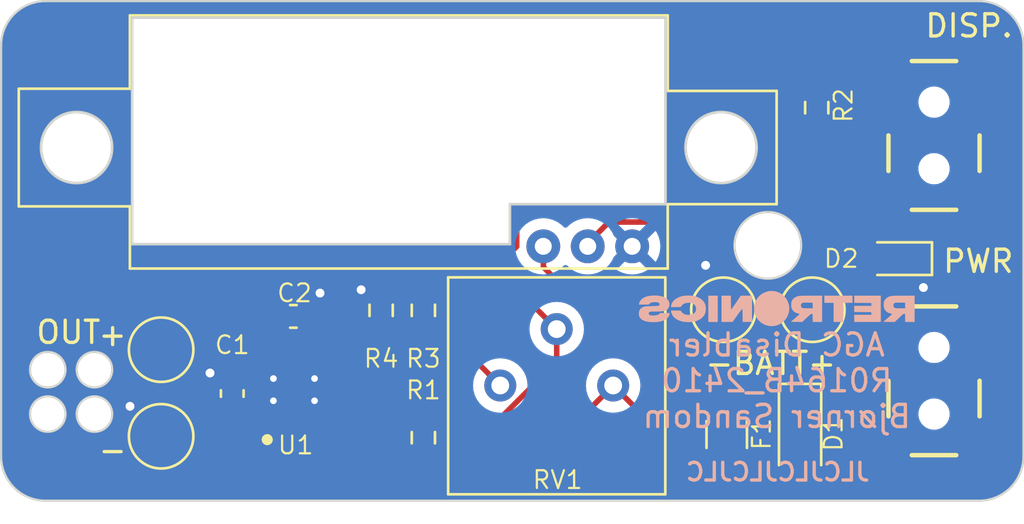
<source format=kicad_pcb>
(kicad_pcb (version 20221018) (generator pcbnew)
  (title_block (title "AGC Disabler") (date "2024-02-14") (company "Retronics - Bjørner Sandom"))
  (layers (0 "F.Cu" signal) (31 "B.Cu" signal) (34 "B.Paste" user) (35 "F.Paste" user) (36 "B.SilkS" user "B.Silkscreen") (37 "F.SilkS" user "F.Silkscreen") (38 "B.Mask" user) (39 "F.Mask" user) (44 "Edge.Cuts" user))
  (net 0 "")
  (net 1 "Net-(D1-K)")
  (net 2 "GND")
  (net 3 "Net-(D1-A)")
  (net 4 "Net-(D2-A)")
  (net 5 "Net-(J1-Pin_1)")
  (net 6 "Net-(J2-Pin_1)")
  (net 7 "Net-(U1-FB)")
  (net 10 "Net-(SW1A-C)")
  (net 13 "Net-(SW2B-B)")
  (net 14 "Net-(SW2A-B)")
  (net 15 "Net-(SW1B-B)")
  (net 18 "Net-(R1-Pad2)")
  (footprint "Fuse:Fuse_1206_3216Metric_Pad1.42x1.75mm_HandSolder" (layer "F.Cu") (at 124.65 67.5225 -90)
    (fp_text reference "F1" (at -0.0225 -1.57 90) (layer "F.SilkS") (effects (font (size 0.8 0.8) (thickness 0.1))))
    (fp_text value "T1A")
    (fp_line (start -0.602064 -0.91) (end 0.602064 -0.91) (stroke (width 0.12)) (layer "F.SilkS"))
    (fp_line (start -0.602064 0.91) (end 0.602064 0.91) (stroke (width 0.12)) (layer "F.SilkS"))
    (pad "1" smd roundrect (at -1.4875 0 270) (size 1.425 1.75) (layers "F.Cu" "F.Paste" "F.Mask") (roundrect_rratio 0.1754392982) (net 5 "Net-(J1-Pin_1)"))
    (pad "2" smd roundrect (at 1.4875 0 270) (size 1.425 1.75) (layers "F.Cu" "F.Paste" "F.Mask") (roundrect_rratio 0.1754392982) (net 3 "Net-(D1-A)"))
  )
  (footprint "TestPoint:TestPoint_Pad_D2.5mm" (layer "F.Cu") (at 128.5 61.9 180)
    (fp_text reference "J1" hide)
    (fp_text value "Batt+")
    (fp_circle (center 0 0) (end 0 1.45) (stroke (width 0.12)) (fill none) (layer "F.SilkS"))
    (pad "1" smd circle (at 0 0 180) (size 2.5 2.5) (layers "F.Cu" "F.Mask") (net 5 "Net-(J1-Pin_1)"))
  )
  (footprint "LED_SMD:LED_0603_1608Metric_Pad1.05x0.95mm_HandSolder" (layer "F.Cu") (at 132.225 59.6 180)
    (fp_text reference "D2" (at 2.425 0) (layer "F.SilkS") (effects (font (size 0.8 0.8) (thickness 0.1))))
    (fp_text value "Green")
    (fp_line (start -1.66 -0.735) (end -1.66 0.735) (stroke (width 0.12)) (layer "F.SilkS"))
    (fp_line (start -1.66 0.735) (end 0.8 0.735) (stroke (width 0.12)) (layer "F.SilkS"))
    (fp_line (start 0.8 -0.735) (end -1.66 -0.735) (stroke (width 0.12)) (layer "F.SilkS"))
    (pad "1" smd roundrect (at -0.875 0 180) (size 1.05 0.95) (layers "F.Cu" "F.Paste" "F.Mask") (net 2 "GND"))
    (pad "2" smd roundrect (at 0.875 0 180) (size 1.05 0.95) (layers "F.Cu" "F.Paste" "F.Mask") (net 4 "Net-(D2-A)"))
  )
  (footprint "Resistor_SMD:R_0603_1608Metric_Pad0.98x0.95mm_HandSolder" (layer "F.Cu") (at 128.7 52.8 -90)
    (fp_text reference "R2" (at -0.1 -1.2 90) (layer "F.SilkS") (effects (font (size 0.8 0.8) (thickness 0.1))))
    (fp_text value "12kΩ")
    (fp_line (start -0.254724 -0.5225) (end 0.254724 -0.5225) (stroke (width 0.12)) (layer "F.SilkS"))
    (fp_line (start -0.254724 0.5225) (end 0.254724 0.5225) (stroke (width 0.12)) (layer "F.SilkS"))
    (pad "1" smd roundrect (at -0.9125 0 270) (size 0.975 0.95) (layers "F.Cu" "F.Paste" "F.Mask") (net 10 "Net-(SW1A-C)"))
    (pad "2" smd roundrect (at 0.9125 0 270) (size 0.975 0.95) (layers "F.Cu" "F.Paste" "F.Mask") (net 4 "Net-(D2-A)"))
  )
  (footprint "TestPoint:TestPoint_Pad_D2.5mm" (layer "F.Cu") (at 124.5 61.9 180)
    (fp_text reference "J3" hide)
    (fp_text value "Batt-")
    (fp_circle (center 0 0) (end 0 1.45) (stroke (width 0.12)) (fill none) (layer "F.SilkS"))
    (pad "1" smd circle (at 0 0 180) (size 2.5 2.5) (layers "F.Cu" "F.Mask") (net 2 "GND"))
  )
  (footprint "TestPoint:TestPoint_Pad_D2.5mm" (layer "F.Cu") (at 99.2 63.7)
    (fp_text reference "J2" hide)
    (fp_text value "Out+")
    (fp_circle (center 0 0) (end 0 1.45) (stroke (width 0.12)) (fill none) (layer "F.SilkS"))
    (pad "1" smd circle (at 0 0) (size 2.5 2.5) (layers "F.Cu" "F.Mask") (net 6 "Net-(J2-Pin_1)"))
  )
  (footprint "Resistor_SMD:R_0603_1608Metric_Pad0.98x0.95mm_HandSolder" (layer "F.Cu") (at 109.1 61.9275 90)
    (fp_text reference "R4" (at -2.1725 0) (layer "F.SilkS") (effects (font (size 0.8 0.8) (thickness 0.1))))
    (fp_text value "8.2kΩ")
    (fp_line (start -0.254724 -0.5225) (end 0.254724 -0.5225) (stroke (width 0.12)) (layer "F.SilkS"))
    (fp_line (start -0.254724 0.5225) (end 0.254724 0.5225) (stroke (width 0.12)) (layer "F.SilkS"))
    (pad "1" smd roundrect (at -0.9125 0 90) (size 0.975 0.95) (layers "F.Cu" "F.Paste" "F.Mask") (net 7 "Net-(U1-FB)"))
    (pad "2" smd roundrect (at 0.9125 0 90) (size 0.975 0.95) (layers "F.Cu" "F.Paste" "F.Mask") (net 2 "GND"))
  )
  (footprint "Retronics_Instruments:LED_Voltmeter_0.28" (layer "F.Cu") (at 92.895 48.745)
    (fp_text reference "U2" hide)
    (fp_text value "LED_Voltmeter_0.28")
    (fp_line (start -0.1 3.2) (end 4.9 3.2) (stroke (width 0.12)) (layer "F.SilkS"))
    (fp_line (start -0.1 8.5) (end -0.1 3.2) (stroke (width 0.12)) (layer "F.SilkS"))
    (fp_line (start 4.9 -0.1) (end 29.1 -0.1) (stroke (width 0.12)) (layer "F.SilkS"))
    (fp_line (start 4.9 3.2) (end 4.9 -0.1) (stroke (width 0.12)) (layer "F.SilkS"))
    (fp_line (start 4.9 8.5) (end -0.1 8.5) (stroke (width 0.12)) (layer "F.SilkS"))
    (fp_line (start 4.9 11.3) (end 4.9 8.5) (stroke (width 0.12)) (layer "F.SilkS"))
    (fp_line (start 29.1 -0.1) (end 29.1 3.3) (stroke (width 0.12)) (layer "F.SilkS"))
    (fp_line (start 29.1 3.3) (end 34 3.3) (stroke (width 0.12)) (layer "F.SilkS"))
    (fp_line (start 29.1 8.4) (end 29.1 11.3) (stroke (width 0.12)) (layer "F.SilkS"))
    (fp_line (start 29.1 11.3) (end 4.9 11.3) (stroke (width 0.12)) (layer "F.SilkS"))
    (fp_line (start 34 3.3) (end 34 8.4) (stroke (width 0.12)) (layer "F.SilkS"))
    (fp_line (start 34 8.4) (end 29.1 8.4) (stroke (width 0.12)) (layer "F.SilkS"))
    (fp_line (start 5 0) (end 29 0) (stroke (width 0.12)) (layer "Edge.Cuts"))
    (fp_line (start 5 3.3) (end 5 0) (stroke (width 0.12)) (layer "Edge.Cuts"))
    (fp_line (start 5 10.2) (end 5 3.3) (stroke (width 0.12)) (layer "Edge.Cuts"))
    (fp_line (start 22 8.4) (end 22 10.2) (stroke (width 0.12)) (layer "Edge.Cuts"))
    (fp_line (start 22 8.4) (end 29 8.4) (stroke (width 0.12)) (layer "Edge.Cuts"))
    (fp_line (start 22 10.2) (end 5 10.2) (stroke (width 0.12)) (layer "Edge.Cuts"))
    (fp_line (start 29 0) (end 29 8.4) (stroke (width 0.12)) (layer "Edge.Cuts"))
    (fp_circle (center 2.5 5.85) (end 4.1 5.85) (stroke (width 0.12)) (fill none) (layer "Edge.Cuts"))
    (fp_circle (center 31.5 5.85) (end 33.1 5.85) (stroke (width 0.12)) (fill none) (layer "Edge.Cuts"))
    (pad "1" thru_hole circle (at 23.5 10.3) (size 1.524 1.524) (drill 0.762) (layers "*.Cu" "*.Mask") (net 13 "Net-(SW2B-B)"))
    (pad "2" thru_hole circle (at 25.5 10.3) (size 1.524 1.524) (drill 0.762) (layers "*.Cu" "*.Mask") (net 14 "Net-(SW2A-B)"))
    (pad "3" thru_hole circle (at 27.5 10.3) (size 1.524 1.524) (drill 0.762) (layers "*.Cu" "*.Mask") (net 2 "GND"))
  )
  (footprint "Resistor_SMD:R_0603_1608Metric_Pad0.98x0.95mm_HandSolder" (layer "F.Cu") (at 111 61.9275 90)
    (fp_text reference "R3" (at -2.1725 0 180) (layer "F.SilkS") (effects (font (size 0.8 0.8) (thickness 0.1))))
    (fp_text value "0Ω")
    (fp_line (start -0.254724 -0.5225) (end 0.254724 -0.5225) (stroke (width 0.12)) (layer "F.SilkS"))
    (fp_line (start -0.254724 0.5225) (end 0.254724 0.5225) (stroke (width 0.12)) (layer "F.SilkS"))
    (pad "1" smd roundrect (at -0.9125 0 90) (size 0.975 0.95) (layers "F.Cu" "F.Paste" "F.Mask") (net 7 "Net-(U1-FB)"))
    (pad "2" smd roundrect (at 0.9125 0 90) (size 0.975 0.95) (layers "F.Cu" "F.Paste" "F.Mask") (net 18 "Net-(R1-Pad2)"))
  )
  (footprint "Diode_SMD:Nexperia_CFP3_SOD-123W" (layer "F.Cu") (at 127.95 67.5 -90)
    (fp_text reference "D1" (at 0 -1.5 90) (layer "F.SilkS") (effects (font (size 0.8 0.8) (thickness 0.1))))
    (fp_text value "PMEG6020")
    (fp_line (start -2.26 -0.95) (end -2.26 0.95) (stroke (width 0.12)) (layer "F.SilkS"))
    (fp_line (start -2.26 -0.95) (end 1.4 -0.95) (stroke (width 0.12)) (layer "F.SilkS"))
    (fp_line (start -2.26 0.95) (end 1.4 0.95) (stroke (width 0.12)) (layer "F.SilkS"))
    (pad "1" smd rect (at -1.4 0 270) (size 1.2 1.2) (layers "F.Cu" "F.Paste" "F.Mask") (net 1 "Net-(D1-K)"))
    (pad "2" smd rect (at 1.4 0 270) (size 1.2 1.2) (layers "F.Cu" "F.Paste" "F.Mask") (net 3 "Net-(D1-A)"))
  )
  (footprint "Capacitor_SMD:C_0603_1608Metric_Pad1.08x0.95mm_HandSolder" (layer "F.Cu") (at 105.15 62.2)
    (fp_text reference "C2" (at 0.05 -1.05 180) (layer "F.SilkS") (effects (font (size 0.8 0.8) (thickness 0.1))))
    (fp_text value "1µF")
    (fp_line (start -0.146267 -0.51) (end 0.146267 -0.51) (stroke (width 0.12)) (layer "F.SilkS"))
    (fp_line (start -0.146267 0.51) (end 0.146267 0.51) (stroke (width 0.12)) (layer "F.SilkS"))
    (pad "1" smd roundrect (at -0.8625 0) (size 1.075 0.95) (layers "F.Cu" "F.Paste" "F.Mask") (net 10 "Net-(SW1A-C)"))
    (pad "2" smd roundrect (at 0.8625 0) (size 1.075 0.95) (layers "F.Cu" "F.Paste" "F.Mask") (net 2 "GND"))
  )
  (footprint "TestPoint:TestPoint_Pad_D2.5mm" (layer "F.Cu") (at 99.2 67.6)
    (fp_text reference "J4" hide)
    (fp_text value "Out-")
    (fp_circle (center 0 0) (end 0 1.45) (stroke (width 0.12)) (fill none) (layer "F.SilkS"))
    (pad "1" smd circle (at 0 0) (size 2.5 2.5) (layers "F.Cu" "F.Mask") (net 2 "GND"))
  )
  (footprint "Retronics_IC_Power:TLV76601QWDRBRQ1" (layer "F.Cu") (at 105.175 65.5 90)
    (fp_text reference "U1" (at -2.5 0.0775 180) (layer "F.SilkS") (effects (font (size 0.8 0.8) (thickness 0.1))))
    (fp_text value "TLV76601" hide)
    (fp_circle (center -2.25 -1.2) (end -2.25 -1.075) (stroke (width 0.25)) (fill none) (layer "F.SilkS"))
    (pad "1" smd rect (at -1.5 -0.975 180) (size 0.35 0.8) (layers "F.Cu" "F.Paste" "F.Mask") (net 15 "Net-(SW1B-B)"))
    (pad "2" smd rect (at -1.5 -0.325 180) (size 0.35 0.8) (layers "F.Cu" "F.Paste" "F.Mask"))
    (pad "3" smd rect (at -1.5 0.325 180) (size 0.35 0.8) (layers "F.Cu" "F.Paste" "F.Mask") (net 7 "Net-(U1-FB)"))
    (pad "4" smd rect (at -1.5 0.975 180) (size 0.35 0.8) (layers "F.Cu" "F.Paste" "F.Mask") (net 2 "GND"))
    (pad "5" smd rect (at 1.5 0.975 180) (size 0.35 0.8) (layers "F.Cu" "F.Paste" "F.Mask") (net 10 "Net-(SW1A-C)"))
    (pad "6" smd rect (at 1.5 0.325 180) (size 0.35 0.8) (layers "F.Cu" "F.Paste" "F.Mask") (net 2 "GND"))
    (pad "7" smd rect (at 1.5 -0.325 180) (size 0.35 0.8) (layers "F.Cu" "F.Paste" "F.Mask"))
    (pad "8" smd rect (at 1.5 -0.975 180) (size 0.35 0.8) (layers "F.Cu" "F.Paste" "F.Mask") (net 10 "Net-(SW1A-C)"))
    (pad "9" smd rect (at 0 0 90) (size 1.75 2.5) (layers "F.Cu" "F.Paste" "F.Mask") (net 2 "GND"))
  )
  (footprint "Resistor_SMD:R_0603_1608Metric_Pad0.98x0.95mm_HandSolder" (layer "F.Cu") (at 111 67.6625 90)
    (fp_text reference "R1" (at 2.14 0 180) (layer "F.SilkS") (effects (font (size 0.8 0.8) (thickness 0.1))))
    (fp_text value "0Ω")
    (fp_line (start -0.254724 -0.5225) (end 0.254724 -0.5225) (stroke (width 0.12)) (layer "F.SilkS"))
    (fp_line (start -0.254724 0.5225) (end 0.254724 0.5225) (stroke (width 0.12)) (layer "F.SilkS"))
    (pad "1" smd roundrect (at -0.9125 0 90) (size 0.975 0.95) (layers "F.Cu" "F.Paste" "F.Mask") (net 15 "Net-(SW1B-B)"))
    (pad "2" smd roundrect (at 0.9125 0 90) (size 0.975 0.95) (layers "F.Cu" "F.Paste" "F.Mask") (net 18 "Net-(R1-Pad2)"))
  )
  (footprint "Retronics_Switches:CUS22TB" (layer "F.Cu") (at 133.97738 54.05 90)
    (fp_text reference "SW2" hide)
    (fp_text value "SW_DPDT_x2" hide)
    (fp_line (start -3.35 -1) (end -3.35 1) (stroke (width 0.2)) (layer "F.SilkS"))
    (fp_line (start -1.6 -2.05) (end 0 -2.05) (stroke (width 0.2)) (layer "F.SilkS"))
    (fp_line (start -1.6 2.05) (end 0 2.05) (stroke (width 0.2)) (layer "F.SilkS"))
    (fp_line (start 3.35 -1) (end 3.35 1) (stroke (width 0.2)) (layer "F.SilkS"))
    (pad "" np_thru_hole circle (at -1.5 0 90) (size 0.9 0.9) (drill 0.9) (layers "*.Cu" "*.Mask"))
    (pad "" np_thru_hole circle (at 1.5 0 90) (size 0.9 0.9) (drill 0.9) (layers "*.Cu" "*.Mask"))
    (pad "1" smd rect (at -2.25 -2.55 90) (size 0.7 1.5) (layers "F.Cu" "F.Paste" "F.Mask"))
    (pad "2" smd rect (at 0.75 -2.55 90) (size 0.7 1.5) (layers "F.Cu" "F.Paste" "F.Mask") (net 14 "Net-(SW2A-B)"))
    (pad "3" smd rect (at 2.25 -2.55 90) (size 0.7 1.5) (layers "F.Cu" "F.Paste" "F.Mask") (net 10 "Net-(SW1A-C)"))
    (pad "4" smd rect (at -2.25 2.55 90) (size 0.7 1.5) (layers "F.Cu" "F.Paste" "F.Mask"))
    (pad "5" smd rect (at 0.75 2.55 90) (size 0.7 1.5) (layers "F.Cu" "F.Paste" "F.Mask") (net 13 "Net-(SW2B-B)"))
    (pad "6" smd rect (at 2.25 2.55 90) (size 0.7 1.5) (layers "F.Cu" "F.Paste" "F.Mask") (net 6 "Net-(J2-Pin_1)"))
    (pad "MP1" smd rect (at -3.65 -1.8 180) (size 0.8 1) (layers "F.Cu" "F.Paste" "F.Mask"))
    (pad "MP2" smd rect (at 3.65 -1.8 180) (size 0.8 1) (layers "F.Cu" "F.Paste" "F.Mask"))
    (pad "MP3" smd rect (at -3.65 1.8 180) (size 0.8 1) (layers "F.Cu" "F.Paste" "F.Mask"))
    (pad "MP4" smd rect (at 3.65 1.8 180) (size 0.8 1) (layers "F.Cu" "F.Paste" "F.Mask"))
  )
  (footprint "Potentiometer_THT:Potentiometer_Bourns_3386P_Vertical" (layer "F.Cu") (at 119.54 65.3125 90)
    (fp_text reference "RV1" (at -4.25 -2.5 180) (layer "F.SilkS") (effects (font (size 0.8 0.8) (thickness 0.1))))
    (fp_text value "100kΩ")
    (fp_line (start -4.9 -7.425) (end -4.9 2.345) (stroke (width 0.12)) (layer "F.SilkS"))
    (fp_line (start -4.9 -7.425) (end 4.87 -7.425) (stroke (width 0.12)) (layer "F.SilkS"))
    (fp_line (start -4.9 2.345) (end 4.87 2.345) (stroke (width 0.12)) (layer "F.SilkS"))
    (fp_line (start 4.87 -7.425) (end 4.87 2.345) (stroke (width 0.12)) (layer "F.SilkS"))
    (pad "1" thru_hole circle (at 0 0 90) (size 1.44 1.44) (drill 0.8) (layers "*.Cu" "*.Mask") (net 15 "Net-(SW1B-B)"))
    (pad "2" thru_hole circle (at 2.54 -2.54 90) (size 1.44 1.44) (drill 0.8) (layers "*.Cu" "*.Mask") (net 18 "Net-(R1-Pad2)"))
    (pad "3" thru_hole circle (at 0 -5.08 90) (size 1.44 1.44) (drill 0.8) (layers "*.Cu" "*.Mask") (net 7 "Net-(U1-FB)"))
  )
  (footprint "Capacitor_SMD:C_0603_1608Metric_Pad1.08x0.95mm_HandSolder" (layer "F.Cu") (at 102.4 65.675 90)
    (fp_text reference "C1" (at 2.1875 0) (layer "F.SilkS") (effects (font (size 0.8 0.8) (thickness 0.1))))
    (fp_text value "1µF")
    (fp_line (start -0.146267 -0.51) (end 0.146267 -0.51) (stroke (width 0.12)) (layer "F.SilkS"))
    (fp_line (start -0.146267 0.51) (end 0.146267 0.51) (stroke (width 0.12)) (layer "F.SilkS"))
    (pad "1" smd roundrect (at -0.8625 0 90) (size 1.075 0.95) (layers "F.Cu" "F.Paste" "F.Mask") (net 15 "Net-(SW1B-B)"))
    (pad "2" smd roundrect (at 0.8625 0 90) (size 1.075 0.95) (layers "F.Cu" "F.Paste" "F.Mask") (net 2 "GND"))
  )
  (footprint "Retronics_Switches:CUS22TB" (layer "F.Cu") (at 133.97738 65.1 90)
    (fp_text reference "SW1" hide)
    (fp_text value "SW_DPDT_x2" hide)
    (fp_line (start -3.35 -1) (end -3.35 1) (stroke (width 0.2)) (layer "F.SilkS"))
    (fp_line (start -1.6 -2.05) (end 0 -2.05) (stroke (width 0.2)) (layer "F.SilkS"))
    (fp_line (start -1.6 2.05) (end 0 2.05) (stroke (width 0.2)) (layer "F.SilkS"))
    (fp_line (start 3.35 -1) (end 3.35 1) (stroke (width 0.2)) (layer "F.SilkS"))
    (pad "" np_thru_hole circle (at -1.5 0 90) (size 0.9 0.9) (drill 0.9) (layers "*.Cu" "*.Mask"))
    (pad "" np_thru_hole circle (at 1.5 0 90) (size 0.9 0.9) (drill 0.9) (layers "*.Cu" "*.Mask"))
    (pad "1" smd rect (at -2.25 -2.55 90) (size 0.7 1.5) (layers "F.Cu" "F.Paste" "F.Mask"))
    (pad "2" smd rect (at 0.75 -2.55 90) (size 0.7 1.5) (layers "F.Cu" "F.Paste" "F.Mask") (net 1 "Net-(D1-K)"))
    (pad "3" smd rect (at 2.25 -2.55 90) (size 0.7 1.5) (layers "F.Cu" "F.Paste" "F.Mask") (net 10 "Net-(SW1A-C)"))
    (pad "4" smd rect (at -2.25 2.55 90) (size 0.7 1.5) (layers "F.Cu" "F.Paste" "F.Mask"))
    (pad "5" smd rect (at 0.75 2.55 90) (size 0.7 1.5) (layers "F.Cu" "F.Paste" "F.Mask") (net 15 "Net-(SW1B-B)"))
    (pad "6" smd rect (at 2.25 2.55 90) (size 0.7 1.5) (layers "F.Cu" "F.Paste" "F.Mask") (net 6 "Net-(J2-Pin_1)"))
    (pad "MP1" smd rect (at -3.65 -1.8 180) (size 0.8 1) (layers "F.Cu" "F.Paste" "F.Mask"))
    (pad "MP2" smd rect (at 3.65 -1.8 180) (size 0.8 1) (layers "F.Cu" "F.Paste" "F.Mask"))
    (pad "MP3" smd rect (at -3.65 1.8 180) (size 0.8 1) (layers "F.Cu" "F.Paste" "F.Mask"))
    (pad "MP4" smd rect (at 3.65 1.8 180) (size 0.8 1) (layers "F.Cu" "F.Paste" "F.Mask"))
  )
  (footprint "Icons_Graphics:retronics_logo_14mm" (layer "B.Cu") (at 126.896672 61.825 180)
    (fp_text reference "G***" hide)
    (fp_text value "LOGO" hide)
    (fp_poly (pts (xy 3.075737 -0.626332) (xy 2.650726 -0.626332) (xy 2.650726 0.559225) (xy 3.075737 0.559225)) (fill solid) (layer "B.SilkS"))
    (fp_poly (pts (xy -2.147424 0.234875) (xy -2.561251 0.234875) (xy -2.561251 -0.626332) (xy -2.997446 -0.626332) (xy -2.997446 0.234875) (xy -3.411273 0.234875) (xy -3.411273 0.559225) (xy -2.147424 0.559225)) (fill solid) (layer "B.SilkS"))
    (fp_poly (pts (xy -3.489564 0.235169) (xy -3.872634 0.232226) (xy -4.255703 0.229283) (xy -4.262411 0.100661) (xy -3.489564 0.100661) (xy -3.489564 -0.178658) (xy -3.872634 -0.181601) (xy -4.255703 -0.184544) (xy -4.259083 -0.243262) (xy -4.262464 -0.301981) (xy -3.489564 -0.301981) (xy -3.489564 -0.626332) (xy -4.686306 -0.626332) (xy -4.686306 0.559225) (xy -3.489564 0.559225)) (fill solid) (layer "B.SilkS"))
    (fp_poly (pts (xy 2.482959 -0.626332) (xy 2.234104 -0.626061) (xy 1.985248 -0.62579) (xy 1.773232 -0.329508) (xy 1.72178 -0.258205) (xy 1.674126 -0.193305) (xy 1.631884 -0.13692) (xy 1.596672 -0.091163) (xy 1.570106 -0.058147) (xy 1.553801 -0.039984) (xy 1.549542 -0.037113) (xy 1.545434 -0.049662) (xy 1.54191 -0.084007) (xy 1.538998 -0.139585) (xy 1.536727 -0.21583) (xy 1.535123 -0.312177) (xy 1.534887 -0.333665) (xy 1.531905 -0.626332) (xy 1.107265 -0.626332) (xy 1.107265 0.559225) (xy 1.361713 0.558961) (xy 1.61616 0.558696) (xy 1.823073 0.25158) (xy 1.873029 0.178031) (xy 1.919479 0.110788) (xy 1.96086 0.052026) (xy 1.995609 0.003919) (xy 2.022161 -0.031356) (xy 2.038955 -0.051626) (xy 2.043967 -0.055729) (xy 2.048295 -0.050927) (xy 2.051697 -0.035077) (xy 2.054261 -0.00621) (xy 2.056078 0.037641) (xy 2.057236 0.098443) (xy 2.057825 0.178166) (xy 2.057948 0.251652) (xy 2.057948 0.559225) (xy 2.482959 0.559225)) (fill solid) (layer "B.SilkS"))
    (fp_poly (pts (xy 0.308238 0.767339) (xy 0.386893 0.755606) (xy 0.437524 0.741689) (xy 0.497781 0.72075) (xy 0.55762 0.696408) (xy 0.581049 0.685638) (xy 0.632714 0.659367) (xy 0.674606 0.633782) (xy 0.713581 0.603884) (xy 0.756495 0.564672) (xy 0.783822 0.537763) (xy 0.830169 0.48985) (xy 0.864494 0.449592) (xy 0.891795 0.410132) (xy 0.917074 0.364614) (xy 0.931696 0.334991) (xy 0.975414 0.231291) (xy 1.002701 0.133519) (xy 1.015112 0.034302) (xy 1.014965 -0.060004) (xy 0.997762 -0.19148) (xy 0.960581 -0.315089) (xy 0.904933 -0.429092) (xy 0.832332 -0.531748) (xy 0.74429 -0.621315) (xy 0.642318 -0.696053) (xy 0.527929 -0.75422) (xy 0.402635 -0.794077) (xy 0.37161 -0.800629) (xy 0.306832 -0.809678) (xy 0.235839 -0.814219) (xy 0.16791 -0.813969) (xy 0.112323 -0.808645) (xy 0.111845 -0.808563) (xy -0.021371 -0.774817) (xy -0.143963 -0.722282) (xy -0.254434 -0.652049) (xy -0.351285 -0.56521) (xy -0.433015 -0.462855) (xy -0.484725 -0.374111) (xy -0.53325 -0.253816) (xy -0.5608 -0.130999) (xy -0.56828 -0.007801) (xy -0.556592 0.113639) (xy -0.526641 0.231183) (xy -0.479329 0.34269) (xy -0.41556 0.446022) (xy -0.336238 0.539038) (xy -0.242266 0.619599) (xy -0.134548 0.685567) (xy -0.016777 0.733911) (xy 0.086992 0.758553) (xy 0.198263 0.769854)) (fill solid) (layer "B.SilkS"))
    (fp_poly (pts (xy -5.723668 0.559141) (xy -5.610297 0.558846) (xy -5.504408 0.558036) (xy -5.4084 0.556761) (xy -5.324675 0.555072) (xy -5.255634 0.553018) (xy -5.203677 0.55065) (xy -5.171204 0.54802) (xy -5.167239 0.547463) (xy -5.069038 0.522415) (xy -4.984002 0.481263) (xy -4.913761 0.42513) (xy -4.859948 0.355138) (xy -4.844229 0.325318) (xy -4.830596 0.293602) (xy -4.821943 0.264295) (xy -4.817181 0.230697) (xy -4.815218 0.186105) (xy -4.814928 0.145134) (xy -4.815404 0.090742) (xy -4.817715 0.051801) (xy -4.82318 0.021399) (xy -4.83312 -0.007377) (xy -4.848855 -0.041438) (xy -4.851668 -0.047168) (xy -4.898197 -0.119645) (xy -4.959296 -0.17659) (xy -5.036248 -0.218936) (xy -5.125808 -0.246629) (xy -5.161129 -0.255423) (xy -5.186406 -0.263492) (xy -5.194979 -0.268068) (xy -5.188073 -0.276978) (xy -5.166348 -0.298221) (xy -5.13209 -0.32972) (xy -5.087588 -0.369395) (xy -5.035129 -0.415169) (xy -4.997011 -0.447923) (xy -4.794693 -0.620739) (xy -5.054529 -0.623744) (xy -5.314365 -0.626748) (xy -5.5048 -0.444792) (xy -5.565802 -0.386734) (xy -5.613139 -0.342457) (xy -5.649153 -0.310115) (xy -5.676186 -0.287866) (xy -5.696582 -0.273866) (xy -5.712684 -0.26627) (xy -5.726833 -0.263235) (xy -5.736014 -0.262835) (xy -5.776795 -0.262835) (xy -5.779868 -0.444583) (xy -5.782941 -0.626332) (xy -6.207398 -0.626332) (xy -6.207398 -0.011184) (xy -5.78312 -0.011184) (xy -5.567452 -0.011167) (xy -5.489839 -0.010886) (xy -5.431132 -0.009881) (xy -5.387872 -0.007886) (xy -5.356602 -0.004636) (xy -5.333862 0.000135) (xy -5.316194 0.006694) (xy -5.312638 0.008406) (xy -5.277631 0.037123) (xy -5.256957 0.077241) (xy -5.250833 0.122811) (xy -5.259473 0.167885) (xy -5.283093 0.206514) (xy -5.304818 0.22429) (xy -5.318861 0.231889) (xy -5.334872 0.237428) (xy -5.356288 0.241166) (xy -5.386551 0.243361) (xy -5.429098 0.244271) (xy -5.48737 0.244155) (xy -5.558697 0.243353) (xy -5.776795 0.240467) (xy -5.779957 0.114642) (xy -5.78312 -0.011184) (xy -6.207398 -0.011184) (xy -6.207398 0.559225)) (fill solid) (layer "B.SilkS"))
    (fp_poly (pts (xy -1.563034 0.559141) (xy -1.449663 0.558846) (xy -1.343774 0.558036) (xy -1.247766 0.556761) (xy -1.164041 0.555072) (xy -1.095 0.553018) (xy -1.043043 0.55065) (xy -1.01057 0.54802) (xy -1.006605 0.547463) (xy -0.908404 0.522415) (xy -0.823368 0.481263) (xy -0.753127 0.42513) (xy -0.699314 0.355138) (xy -0.683595 0.325318) (xy -0.669962 0.293602) (xy -0.661309 0.264295) (xy -0.656546 0.230697) (xy -0.654584 0.186105) (xy -0.654294 0.145134) (xy -0.65477 0.090742) (xy -0.657081 0.051801) (xy -0.662546 0.021399) (xy -0.672486 -0.007377) (xy -0.688221 -0.041438) (xy -0.691034 -0.047168) (xy -0.737563 -0.119645) (xy -0.798662 -0.17659) (xy -0.875614 -0.218936) (xy -0.965174 -0.246629) (xy -1.000495 -0.255423) (xy -1.025772 -0.263492) (xy -1.034345 -0.268068) (xy -1.027439 -0.276978) (xy -1.005714 -0.298221) (xy -0.971456 -0.32972) (xy -0.926954 -0.369395) (xy -0.874495 -0.415169) (xy -0.836377 -0.447923) (xy -0.634059 -0.620739) (xy -0.893895 -0.623744) (xy -1.153731 -0.626748) (xy -1.344166 -0.444792) (xy -1.405168 -0.386734) (xy -1.452505 -0.342457) (xy -1.488518 -0.310115) (xy -1.515552 -0.287866) (xy -1.535948 -0.273866) (xy -1.552049 -0.26627) (xy -1.566199 -0.263235) (xy -1.57538 -0.262835) (xy -1.616161 -0.262835) (xy -1.619234 -0.444583) (xy -1.622307 -0.626332) (xy -2.046764 -0.626332) (xy -2.046764 -0.011184) (xy -1.622486 -0.011184) (xy -1.406818 -0.011167) (xy -1.329205 -0.010886) (xy -1.270498 -0.009881) (xy -1.227238 -0.007886) (xy -1.195968 -0.004636) (xy -1.173228 0.000135) (xy -1.15556 0.006694) (xy -1.152004 0.008406) (xy -1.116997 0.037123) (xy -1.096323 0.077241) (xy -1.090199 0.122811) (xy -1.098839 0.167885) (xy -1.122459 0.206514) (xy -1.144184 0.22429) (xy -1.158227 0.231889) (xy -1.174238 0.237428) (xy -1.195654 0.241166) (xy -1.225917 0.243361) (xy -1.268464 0.244271) (xy -1.326736 0.244155) (xy -1.398063 0.243353) (xy -1.616161 0.240467) (xy -1.619323 0.114642) (xy -1.622486 -0.011184) (xy -2.046764 -0.011184) (xy -2.046764 0.559225)) (fill solid) (layer "B.SilkS"))
    (fp_poly (pts (xy 4.096773 0.56052) (xy 4.17723 0.552939) (xy 4.233254 0.543427) (xy 4.351917 0.509371) (xy 4.458389 0.463119) (xy 4.551021 0.406086) (xy 4.628164 0.339687) (xy 4.688168 0.265337) (xy 4.729384 0.184452) (xy 4.749971 0.100099) (xy 4.756528 0.044738) (xy 4.532034 0.044738) (xy 4.455831 0.044829) (xy 4.39902 0.045298) (xy 4.358625 0.046442) (xy 4.33167 0.048557) (xy 4.315177 0.051941) (xy 4.306172 0.05689) (xy 4.301676 0.063701) (xy 4.300207 0.067842) (xy 4.288454 0.090271) (xy 4.267627 0.1192) (xy 4.258518 0.130075) (xy 4.204367 0.175915) (xy 4.135611 0.209929) (xy 4.056976 0.231547) (xy 3.973186 0.240197) (xy 3.888968 0.235311) (xy 3.809047 0.216317) (xy 3.752399 0.191156) (xy 3.696707 0.147942) (xy 3.656068 0.091729) (xy 3.631351 0.026811) (xy 3.623424 -0.042514) (xy 3.633155 -0.111951) (xy 3.661412 -0.177204) (xy 3.674147 -0.196015) (xy 3.718806 -0.238557) (xy 3.779362 -0.271345) (xy 3.851296 -0.293766) (xy 3.930086 -0.305203) (xy 4.011214 -0.305042) (xy 4.090159 -0.292669) (xy 4.162401 -0.267467) (xy 4.170435 -0.263536) (xy 4.215154 -0.235104) (xy 4.255996 -0.199036) (xy 4.286941 -0.161298) (xy 4.300207 -0.134948) (xy 4.303574 -0.127107) (xy 4.309982 -0.121275) (xy 4.322408 -0.117155) (xy 4.34383 -0.114451) (xy 4.377224 -0.112865) (xy 4.425568 -0.1121) (xy 4.491839 -0.11186) (xy 4.53193 -0.111845) (xy 4.756321 -0.111845) (xy 4.750829 -0.16057) (xy 4.738677 -0.213311) (xy 4.715121 -0.273949) (xy 4.683973 -0.333979) (xy 4.651799 -0.381476) (xy 4.593615 -0.440586) (xy 4.517757 -0.495523) (xy 4.42886 -0.543763) (xy 4.331557 -0.58278) (xy 4.233333 -0.609467) (xy 4.172521 -0.619069) (xy 4.097908 -0.626385) (xy 4.016503 -0.631141) (xy 3.935315 -0.633064) (xy 3.861352 -0.631879) (xy 3.801624 -0.627313) (xy 3.795885 -0.626545) (xy 3.665135 -0.59965) (xy 3.546594 -0.558326) (xy 3.441996 -0.503575) (xy 3.353075 -0.436397) (xy 3.281564 -0.357796) (xy 3.251265 -0.311763) (xy 3.212565 -0.224105) (xy 3.190275 -0.126435) (xy 3.184268 -0.023802) (xy 3.194417 0.078741) (xy 3.220594 0.176145) (xy 3.262673 0.263359) (xy 3.265878 0.268436) (xy 3.325626 0.342389) (xy 3.404242 0.409176) (xy 3.498869 0.466956) (xy 3.606649 0.513891) (xy 3.685292 0.538485) (xy 3.748216 0.550699) (xy 3.827006 0.559065) (xy 3.915482 0.563528) (xy 4.007464 0.564032)) (fill solid) (layer "B.SilkS"))
    (fp_poly (pts (xy 5.623007 0.561476) (xy 5.719382 0.549594) (xy 5.7992 0.534806) (xy 5.868227 0.515683) (xy 5.932227 0.490797) (xy 5.959308 0.478129) (xy 6.044126 0.426368) (xy 6.111507 0.363206) (xy 6.160197 0.290156) (xy 6.188942 0.208732) (xy 6.190981 0.198525) (xy 6.198702 0.156583) (xy 5.758573 0.156583) (xy 5.731376 0.188906) (xy 5.692766 0.221893) (xy 5.639361 0.24535) (xy 5.568823 0.260077) (xy 5.507287 0.265661) (xy 5.429308 0.26643) (xy 5.368775 0.258517) (xy 5.322225 0.241188) (xy 5.293064 0.220363) (xy 5.271434 0.188542) (xy 5.269362 0.154503) (xy 5.28656 0.12422) (xy 5.298148 0.114899) (xy 5.309984 0.108711) (xy 5.326345 0.103747) (xy 5.349977 0.099777) (xy 5.383626 0.096573) (xy 5.430038 0.093906) (xy 5.491959 0.091547) (xy 5.572134 0.089267) (xy 5.619702 0.08809) (xy 5.711391 0.085706) (xy 5.783952 0.083274) (xy 5.840624 0.080524) (xy 5.884648 0.077185) (xy 5.919263 0.072987) (xy 5.947709 0.067658) (xy 5.973225 0.060929) (xy 5.983707 0.057664) (xy 6.057409 0.026081) (xy 6.114167 -0.016976) (xy 6.157824 -0.074713) (xy 6.170285 -0.098092) (xy 6.187055 -0.135923) (xy 6.196467 -0.16969) (xy 6.200367 -0.208701) (xy 6.200742 -0.251651) (xy 6.196473 -0.319583) (xy 6.185664 -0.371065) (xy 6.180967 -0.383318) (xy 6.148323 -0.437285) (xy 6.101707 -0.489824) (xy 6.048517 -0.532902) (xy 6.036108 -0.540641) (xy 5.960167 -0.5756) (xy 5.866408 -0.602951) (xy 5.758199 -0.622277) (xy 5.638904 -0.633161) (xy 5.51189 -0.635184) (xy 5.380521 -0.627929) (xy 5.353776 -0.625302) (xy 5.23242 -0.605576) (xy 5.122313 -0.573754) (xy 5.026254 -0.530939) (xy 4.947042 -0.478232) (xy 4.921022 -0.454941) (xy 4.881622 -0.408387) (xy 4.849381 -0.35529) (xy 4.82787 -0.302585) (xy 4.820628 -0.260039) (xy 4.820519 -0.22369) (xy 5.246974 -0.22369) (xy 5.274367 -0.256244) (xy 5.312476 -0.287536) (xy 5.367859 -0.310538) (xy 5.441923 -0.325695) (xy 5.516627 -0.332529) (xy 5.604095 -0.333507) (xy 5.671485 -0.325564) (xy 5.719324 -0.308482) (xy 5.748139 -0.282044) (xy 5.758459 -0.246033) (xy 5.758008 -0.233124) (xy 5.750716 -0.204596) (xy 5.731323 -0.185134) (xy 5.715279 -0.176173) (xy 5.698463 -0.169255) (xy 5.677398 -0.164144) (xy 5.648671 -0.160583) (xy 5.608868 -0.158315) (xy 5.554578 -0.157081) (xy 5.482386 -0.156624) (xy 5.456049 -0.1566) (xy 5.332544 -0.155214) (xy 5.228916 -0.150749) (xy 5.142824 -0.142713) (xy 5.071924 -0.130614) (xy 5.013875 -0.113957) (xy 4.966336 -0.092253) (xy 4.926963 -0.065006) (xy 4.900603 -0.039794) (xy 4.855966 0.024351) (xy 4.829862 0.097316) (xy 4.822467 0.175136) (xy 4.833956 0.253848) (xy 4.864506 0.329489) (xy 4.882904 0.359161) (xy 4.933435 0.413947) (xy 5.002709 0.461623) (xy 5.088027 0.501452) (xy 5.186689 0.532696) (xy 5.295996 0.554617) (xy 5.413249 0.566476) (xy 5.535747 0.567537)) (fill solid) (layer "B.SilkS"))
  )
  (gr_arc (start 136 48) (mid 137.414214 48.585786) (end 138 50) (stroke (width 0.1)) (layer "Edge.Cuts"))
  (gr_line (start 94 48) (end 136 48) (stroke (width 0.1)) (layer "Edge.Cuts"))
  (gr_line (start 138 50) (end 138 68.5) (stroke (width 0.1)) (layer "Edge.Cuts"))
  (gr_circle (center 94.1 66.6) (end 94.9 66.6) (stroke (width 0.1)) (fill none) (layer "Edge.Cuts"))
  (gr_circle (center 94.1 64.6) (end 94.9 64.6) (stroke (width 0.1)) (fill none) (layer "Edge.Cuts"))
  (gr_line (start 136 70.5) (end 94 70.5) (stroke (width 0.1)) (layer "Edge.Cuts"))
  (gr_line (start 92 68.5) (end 92 50) (stroke (width 0.1)) (layer "Edge.Cuts"))
  (gr_arc (start 138 68.5) (mid 137.414214 69.914214) (end 136 70.5) (stroke (width 0.1)) (layer "Edge.Cuts"))
  (gr_circle (center 96.2 64.6) (end 97 64.6) (stroke (width 0.1)) (fill none) (layer "Edge.Cuts"))
  (gr_circle locked (center 126.5 59) (end 128 59) (stroke (width 0.1)) (fill none) (layer "Edge.Cuts"))
  (gr_circle (center 96.2 66.6) (end 97 66.6) (stroke (width 0.1)) (fill none) (layer "Edge.Cuts"))
  (gr_arc (start 92 50) (mid 92.585786 48.585786) (end 94 48) (stroke (width 0.1)) (layer "Edge.Cuts"))
  (gr_arc (start 94 70.5) (mid 92.585786 69.914214) (end 92 68.5) (stroke (width 0.1)) (layer "Edge.Cuts"))
  (gr_text "JLCJLCJLCJLC\n" (at 131.159286 69.675) (layer "B.SilkS") (effects (font (size 0.8 0.8)) (justify left bottom mirror)))
  (gr_text "AGC Disabler\nR0164B_2410\nBjørner Sandom\n" (at 126.9 62.9) (layer "B.SilkS") (effects (font (size 1 1)) (justify top mirror)))
  (gr_text "-BATT+" (at 123.6 64.9) (layer "F.SilkS") (effects (font (size 1 1)) (justify left bottom)))
  (gr_text "DISP." (at 133.5 49.7) (layer "F.SilkS") (effects (font (size 1 1)) (justify left bottom)))
  (gr_text "OUT" (at 93.5 63.5) (layer "F.SilkS") (effects (font (size 1 1)) (justify left bottom)))
  (gr_text "-" (at 96.3 68.8) (layer "F.SilkS") (effects (font (size 1 1)) (justify left bottom)))
  (gr_text "PWR" (at 134.3 60.3) (layer "F.SilkS") (effects (font (size 1 1)) (justify left bottom)))
  (gr_text "+" (at 96.3 63.6) (layer "F.SilkS") (effects (font (size 1 1)) (justify left bottom)))
  (segment (start 130.35 64.35) (end 131.42738 64.35) (width 0.25) (layer "F.Cu") (net 1))
  (segment (start 127.95 66.1) (end 128.6 66.1) (width 0.25) (layer "F.Cu") (net 1))
  (segment (start 128.6 66.1) (end 130.35 64.35) (width 0.25) (layer "F.Cu") (net 1))
  (segment (start 124.5 61.9) (end 124.5 60.7) (width 0.25) (layer "F.Cu") (net 2))
  (segment (start 109.1 61.015) (end 108.215 61.015) (width 0.25) (layer "F.Cu") (net 2))
  (segment (start 133.1 60.5) (end 133.5 60.9) (width 0.25) (layer "F.Cu") (net 2))
  (segment (start 106.0125 61.4875) (end 106.35 61.15) (width 0.25) (layer "F.Cu") (net 2))
  (segment (start 124.5 60.7) (end 123.7 59.9) (width 0.25) (layer "F.Cu") (net 2))
  (segment (start 101.4625 64.8125) (end 101.4 64.75) (width 0.25) (layer "F.Cu") (net 2))
  (segment (start 106.0125 62.2) (end 106.0125 61.4875) (width 0.25) (layer "F.Cu") (net 2))
  (segment (start 105.5 64) (end 105.5 65.175) (width 0.25) (layer "F.Cu") (net 2))
  (segment (start 99.15 67.6) (end 97.8 66.25) (width 0.25) (layer "F.Cu") (net 2))
  (segment (start 133.1 59.6) (end 133.1 60.5) (width 0.25) (layer "F.Cu") (net 2))
  (segment (start 106.15 67) (end 106.15 66.475) (width 0.25) (layer "F.Cu") (net 2))
  (segment (start 108.215 61.015) (end 108.2 61) (width 0.25) (layer "F.Cu") (net 2))
  (segment (start 99.2 67.6) (end 99.15 67.6) (width 0.25) (layer "F.Cu") (net 2))
  (segment (start 106.15 66.475) (end 105.175 65.5) (width 0.25) (layer "F.Cu") (net 2))
  (segment (start 102.4 64.8125) (end 101.4625 64.8125) (width 0.25) (layer "F.Cu") (net 2))
  (segment (start 105.5 65.175) (end 105.175 65.5) (width 0.25) (layer "F.Cu") (net 2))
  (via (at 104.2525 65) (size 0.6) (drill 0.3) (layers "F.Cu" "B.Cu") (net 2))
  (via (at 133.5 60.9) (size 0.8) (drill 0.4) (layers "F.Cu" "B.Cu") (net 2))
  (via (at 106.35 61.15) (size 0.8) (drill 0.4) (layers "F.Cu" "B.Cu") (net 2))
  (via (at 123.7 59.9) (size 0.8) (drill 0.4) (layers "F.Cu" "B.Cu") (net 2))
  (via (at 108.2 61) (size 0.8) (drill 0.4) (layers "F.Cu" "B.Cu") (net 2))
  (via (at 97.8 66.25) (size 0.8) (drill 0.4) (layers "F.Cu" "B.Cu") (net 2))
  (via (at 106.1025 66) (size 0.6) (drill 0.3) (layers "F.Cu" "B.Cu") (net 2))
  (via (at 104.2525 66) (size 0.6) (drill 0.3) (layers "F.Cu" "B.Cu") (net 2))
  (via (at 106.1025 65) (size 0.6) (drill 0.3) (layers "F.Cu" "B.Cu") (net 2))
  (via (at 101.4 64.75) (size 0.8) (drill 0.4) (layers "F.Cu" "B.Cu") (net 2))
  (segment (start 124.76 68.9) (end 124.65 69.01) (width 0.25) (layer "F.Cu") (net 3))
  (segment (start 127.95 68.9) (end 124.76 68.9) (width 0.25) (layer "F.Cu") (net 3))
  (segment (start 128.7 53.7125) (end 128.7 56.95) (width 0.25) (layer "F.Cu") (net 4))
  (segment (start 128.7 56.95) (end 131.35 59.6) (width 0.25) (layer "F.Cu") (net 4))
  (segment (start 124.65 66.035) (end 124.65 65.75) (width 0.25) (layer "F.Cu") (net 5))
  (segment (start 124.65 65.75) (end 128.5 61.9) (width 0.25) (layer "F.Cu") (net 5))
  (segment (start 137.60238 52.625) (end 136.77738 51.8) (width 0.25) (layer "F.Cu") (net 6))
  (segment (start 137.60238 68.47262) (end 136.025 70.05) (width 0.25) (layer "F.Cu") (net 6))
  (segment (start 136.52738 62.85) (end 137.60238 62.85) (width 0.25) (layer "F.Cu") (net 6))
  (segment (start 137.60238 62.85) (end 137.60238 61.7) (width 0.25) (layer "F.Cu") (net 6))
  (segment (start 136.025 70.05) (end 104.147924 70.05) (width 0.25) (layer "F.Cu") (net 6))
  (segment (start 136.77738 51.8) (end 136.52738 51.8) (width 0.25) (layer "F.Cu") (net 6))
  (segment (start 104.147924 70.05) (end 99.2 65.102076) (width 0.25) (layer "F.Cu") (net 6))
  (segment (start 137.60238 61.7) (end 137.60238 52.625) (width 0.25) (layer "F.Cu") (net 6))
  (segment (start 137.60238 62.85) (end 137.60238 68.47262) (width 0.25) (layer "F.Cu") (net 6))
  (segment (start 99.2 65.102076) (end 99.2 63.7) (width 0.25) (layer "F.Cu") (net 6))
  (segment (start 106.575 67.725) (end 109.1 65.2) (width 0.25) (layer "F.Cu") (net 7))
  (segment (start 105.5 67.4) (end 105.825 67.725) (width 0.25) (layer "F.Cu") (net 7))
  (segment (start 111 62.84) (end 110 62.84) (width 0.25) (layer "F.Cu") (net 7))
  (segment (start 105.825 67.725) (end 106.575 67.725) (width 0.25) (layer "F.Cu") (net 7))
  (segment (start 105.5 67) (end 105.5 67.4) (width 0.25) (layer "F.Cu") (net 7))
  (segment (start 110 62.84) (end 109.1 62.84) (width 0.25) (layer "F.Cu") (net 7))
  (segment (start 109.1 65.2) (end 109.1 62.84) (width 0.25) (layer "F.Cu") (net 7))
  (segment (start 111.9875 62.84) (end 111 62.84) (width 0.25) (layer "F.Cu") (net 7))
  (segment (start 114.46 65.3125) (end 111.9875 62.84) (width 0.25) (layer "F.Cu") (net 7))
  (segment (start 134.3 61.125305) (end 134.3 57.039346) (width 0.25) (layer "F.Cu") (net 10))
  (segment (start 125.872522 55.500422) (end 125.712688 55.720415) (width 0.25) (layer "F.Cu") (net 10))
  (segment (start 123.933103 57.5) (end 115.95 57.5) (width 0.25) (layer "F.Cu") (net 10))
  (segment (start 132.50238 52.625) (end 131.67738 51.8) (width 0.25) (layer "F.Cu") (net 10))
  (segment (start 127.3 53.186528) (end 127.3 54) (width 0.25) (layer "F.Cu") (net 10))
  (segment (start 131.67738 51.8) (end 131.42738 51.8) (width 0.25) (layer "F.Cu") (net 10))
  (segment (start 107.475 62.077076) (end 106.277076 63.275) (width 0.25) (layer "F.Cu") (net 10))
  (segment (start 127.3 54) (end 125.948298 55.351702) (width 0.25) (layer "F.Cu") (net 10))
  (segment (start 131.42738 62.85) (end 132.575305 62.85) (width 0.25) (layer "F.Cu") (net 10))
  (segment (start 114.9 59.350251) (end 108.799749 59.350251) (width 0.25) (layer "F.Cu") (net 10))
  (segment (start 115.95 57.5) (end 115.2 58.25) (width 0.25) (layer "F.Cu") (net 10))
  (segment (start 134.3 57.039346) (end 132.50238 55.241726) (width 0.25) (layer "F.Cu") (net 10))
  (segment (start 125.712688 55.720415) (end 123.933103 57.5) (width 0.25) (layer "F.Cu") (net 10))
  (segment (start 115.2 59.050251) (end 114.9 59.350251) (width 0.25) (layer "F.Cu") (net 10))
  (segment (start 115.2 58.25) (end 115.2 59.050251) (width 0.25) (layer "F.Cu") (net 10))
  (segment (start 106.075 63.275) (end 104.2525 63.275) (width 0.25) (layer "F.Cu") (net 10))
  (segment (start 131.42738 51.8) (end 128.7875 51.8) (width 0.25) (layer "F.Cu") (net 10))
  (segment (start 104.2525 63.275) (end 104.2875 63.24) (width 0.25) (layer "F.Cu") (net 10))
  (segment (start 128.7875 51.8) (end 128.7 51.8875) (width 0.25) (layer "F.Cu") (net 10))
  (segment (start 132.575305 62.85) (end 134.3 61.125305) (width 0.25) (layer "F.Cu") (net 10))
  (segment (start 104.2875 63.24) (end 104.2875 62.2) (width 0.25) (layer "F.Cu") (net 10))
  (segment (start 106.277076 63.275) (end 106.075 63.275) (width 0.25) (layer "F.Cu") (net 10))
  (segment (start 132.50238 55.241726) (end 132.50238 52.625) (width 0.25) (layer "F.Cu") (net 10))
  (segment (start 128.599028 51.8875) (end 127.3 53.186528) (width 0.25) (layer "F.Cu") (net 10))
  (segment (start 108.799749 59.350251) (end 107.475 60.675) (width 0.25) (layer "F.Cu") (net 10))
  (segment (start 107.475 60.675) (end 107.475 62.077076) (width 0.25) (layer "F.Cu") (net 10))
  (segment (start 106.15 63.35) (end 106.075 63.275) (width 0.25) (layer "F.Cu") (net 10))
  (segment (start 106.15 64) (end 106.15 63.35) (width 0.25) (layer "F.Cu") (net 10))
  (segment (start 125.948298 55.351702) (end 125.872522 55.500422) (width 0.25) (layer "F.Cu") (net 10))
  (segment (start 128.7 51.8875) (end 128.599028 51.8875) (width 0.25) (layer "F.Cu") (net 10))
  (segment (start 104.2 64) (end 104.2 63.3275) (width 0.25) (layer "F.Cu") (net 10))
  (segment (start 123.49487 67.0725) (end 125.9 67.0725) (width 0.25) (layer "F.Cu") (net 13))
  (segment (start 135.05 54.77738) (end 136.52738 53.3) (width 0.25) (layer "F.Cu") (net 13))
  (segment (start 126.9775 65.995) (end 125.9 67.0725) (width 0.25) (layer "F.Cu") (net 13))
  (segment (start 126.9775 65.2225) (end 126.9775 65.995) (width 0.25) (layer "F.Cu") (net 13))
  (segment (start 126.9775 65.2225) (end 128.675 63.525) (width 0.25) (layer "F.Cu") (net 13))
  (segment (start 128.675 63.525) (end 132.536701 63.525) (width 0.25) (layer "F.Cu") (net 13))
  (segment (start 116.4 59.97763) (end 123.49487 67.0725) (width 0.25) (layer "F.Cu") (net 13))
  (segment (start 132.536701 63.525) (end 135.05 61.011701) (width 0.25) (layer "F.Cu") (net 13))
  (segment (start 116.4 58.9) (end 116.4 59.97763) (width 0.25) (layer "F.Cu") (net 13))
  (segment (start 135.05 61.011701) (end 135.05 54.77738) (width 0.25) (layer "F.Cu") (net 13))
  (segment (start 127.75 53.372924) (end 128.222924 52.9) (width 0.25) (layer "F.Cu") (net 14))
  (segment (start 119.35 57.95) (end 124.35 57.95) (width 0.25) (layer "F.Cu") (net 14))
  (segment (start 124.35 57.95) (end 127.75 54.55) (width 0.25) (layer "F.Cu") (net 14))
  (segment (start 128.222924 52.9) (end 131.02738 52.9) (width 0.25) (layer "F.Cu") (net 14))
  (segment (start 127.75 54.55) (end 127.75 53.372924) (width 0.25) (layer "F.Cu") (net 14))
  (segment (start 131.02738 52.9) (end 131.42738 53.3) (width 0.25) (layer "F.Cu") (net 14))
  (segment (start 118.4 58.9) (end 119.35 57.95) (width 0.25) (layer "F.Cu") (net 14))
  (segment (start 136.52738 64.35) (end 136.45238 64.425) (width 0.25) (layer "F.Cu") (net 15))
  (segment (start 130.75 66.15) (end 129 67.9) (width 0.25) (layer "F.Cu") (net 15))
  (segment (start 111 68.575) (end 111 69.4525) (width 0.25) (layer "F.Cu") (net 15))
  (segment (start 122.1275 67.9) (end 119.54 65.3125) (width 0.25) (layer "F.Cu") (net 15))
  (segment (start 111.1 69.5525) (end 115.3 69.5525) (width 0.25) (layer "F.Cu") (net 15))
  (segment (start 104.2 67) (end 104.2 67.65) (width 0.25) (layer "F.Cu") (net 15))
  (segment (start 106.1025 69.5525) (end 111.1 69.5525) (width 0.25) (layer "F.Cu") (net 15))
  (segment (start 129 67.9) (end 122.1275 67.9) (width 0.25) (layer "F.Cu") (net 15))
  (segment (start 133.35 64.425) (end 131.625 66.15) (width 0.25) (layer "F.Cu") (net 15))
  (segment (start 104.2 67) (end 102.4375 67) (width 0.25) (layer "F.Cu") (net 15))
  (segment (start 111 69.4525) (end 111.1 69.5525) (width 0.25) (layer "F.Cu") (net 15))
  (segment (start 104.2 67.65) (end 106.1025 69.5525) (width 0.25) (layer "F.Cu") (net 15))
  (segment (start 136.45238 64.425) (end 133.35 64.425) (width 0.25) (layer "F.Cu") (net 15))
  (segment (start 115.3 69.5525) (end 119.54 65.3125) (width 0.25) (layer "F.Cu") (net 15))
  (segment (start 131.625 66.15) (end 130.75 66.15) (width 0.25) (layer "F.Cu") (net 15))
  (segment (start 117 64.250354) (end 117 62.7725) (width 0.25) (layer "F.Cu") (net 18))
  (segment (start 114.500354 66.75) (end 117 64.250354) (width 0.25) (layer "F.Cu") (net 18))
  (segment (start 111 61.015) (end 115.2425 61.015) (width 0.25) (layer "F.Cu") (net 18))
  (segment (start 111 66.75) (end 114.500354 66.75) (width 0.25) (layer "F.Cu") (net 18))
  (segment (start 115.2425 61.015) (end 117 62.7725) (width 0.25) (layer "F.Cu") (net 18))
  (zone (net 2) (net_name "GND") (layer "B.Cu") (connect_pads (clearance 0.5)) (min_thickness 0.25) (fill yes (thermal_gap 0.5) (thermal_bridge_width 0.5))
    (polygon (pts (xy 92 48) (xy 138 48) (xy 138 70.5) (xy 92 70.5)))
  )
)
</source>
